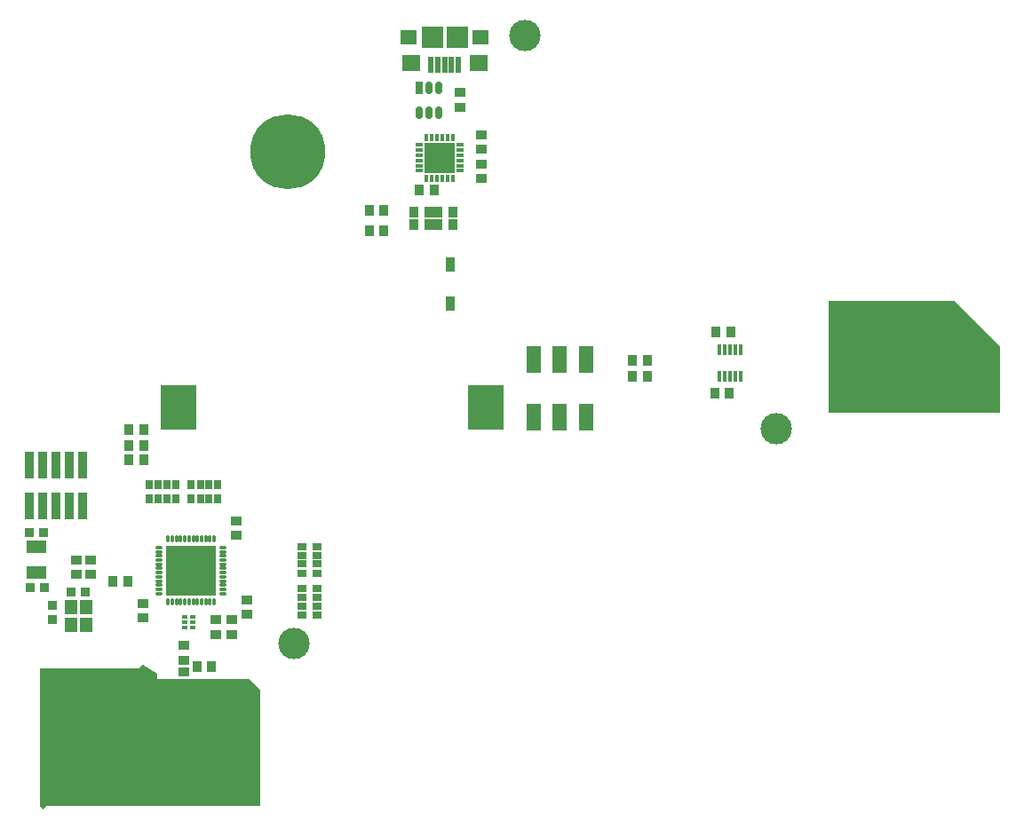
<source format=gbs>
G04 Layer_Color=16711935*
%FSLAX25Y25*%
%MOIN*%
G70*
G01*
G75*
%ADD56C,0.11811*%
%ADD57R,0.03947X0.03750*%
%ADD58R,0.03750X0.03947*%
%ADD60C,0.00600*%
%ADD61C,0.28159*%
%ADD62C,0.03198*%
%ADD63R,0.03120X0.03356*%
%ADD64R,0.02569X0.03356*%
%ADD65R,0.03356X0.03120*%
%ADD66R,0.03356X0.02569*%
%ADD67R,0.03553X0.03750*%
%ADD68R,0.01781X0.03947*%
%ADD69R,0.06899X0.03750*%
%ADD70R,0.02175X0.01584*%
%ADD71R,0.11230X0.11230*%
%ADD72O,0.02962X0.01584*%
%ADD73O,0.01584X0.02962*%
%ADD74R,0.02962X0.04931*%
%ADD75O,0.02962X0.04931*%
%ADD76R,0.13198X0.17135*%
%ADD77R,0.04931X0.05324*%
%ADD78R,0.03750X0.03553*%
%ADD79R,0.02175X0.05915*%
%ADD80R,0.06899X0.06112*%
%ADD81R,0.08080X0.08080*%
%ADD82R,0.06309X0.05718*%
%ADD83R,0.03592X0.10049*%
%ADD84R,0.05324X0.10443*%
%ADD85O,0.01387X0.03159*%
%ADD86O,0.03159X0.01387*%
%ADD87R,0.19104X0.19104*%
%ADD88R,0.03356X0.05324*%
%ADD89R,0.07687X0.04537*%
%ADD90C,0.03400*%
G36*
X1505669Y1448504D02*
Y1446535D01*
X1540315D01*
X1544252Y1442598D01*
Y1398898D01*
X1463937D01*
X1462756Y1397717D01*
X1461575Y1398898D01*
Y1450472D01*
X1498583D01*
X1500158Y1452047D01*
X1505669Y1448504D01*
D02*
G37*
G36*
X1821811Y1571732D02*
Y1546535D01*
X1757638D01*
Y1588661D01*
X1804882D01*
X1821811Y1571732D01*
D02*
G37*
D56*
X1556850Y1459921D02*
D03*
X1737953Y1540630D02*
D03*
X1643465Y1688268D02*
D03*
D57*
X1539134Y1470945D02*
D03*
Y1476457D02*
D03*
X1535197Y1500473D02*
D03*
Y1505984D02*
D03*
X1500453Y1469567D02*
D03*
Y1475079D02*
D03*
X1515669Y1453661D02*
D03*
Y1459173D02*
D03*
X1533524Y1463465D02*
D03*
Y1468976D02*
D03*
X1527618Y1463465D02*
D03*
Y1468976D02*
D03*
X1627323Y1640039D02*
D03*
Y1634528D02*
D03*
X1619449Y1666811D02*
D03*
Y1661299D02*
D03*
X1480571Y1491417D02*
D03*
Y1485905D02*
D03*
X1475453Y1491417D02*
D03*
Y1485905D02*
D03*
X1627323Y1651063D02*
D03*
Y1645551D02*
D03*
X1515669Y1443661D02*
D03*
Y1449173D02*
D03*
D58*
X1604095Y1630197D02*
D03*
X1609606D02*
D03*
X1607539Y1617205D02*
D03*
X1602028D02*
D03*
X1607539Y1621929D02*
D03*
X1602028D02*
D03*
X1520531Y1451457D02*
D03*
X1526043D02*
D03*
X1590709Y1622717D02*
D03*
X1585197D02*
D03*
X1590709Y1614842D02*
D03*
X1585197D02*
D03*
X1495039Y1528819D02*
D03*
X1500551D02*
D03*
X1495039Y1534331D02*
D03*
X1500551D02*
D03*
X1495039Y1540236D02*
D03*
X1500551D02*
D03*
X1684016Y1566220D02*
D03*
X1689528D02*
D03*
X1684016Y1560315D02*
D03*
X1689528D02*
D03*
X1616496Y1617205D02*
D03*
X1610984D02*
D03*
X1616496Y1621929D02*
D03*
X1610984D02*
D03*
X1715315Y1576850D02*
D03*
X1720827D02*
D03*
X1714823Y1554114D02*
D03*
X1720335D02*
D03*
X1489035Y1483248D02*
D03*
X1494547D02*
D03*
D60*
X1774370Y1564252D02*
D03*
X1492874Y1427441D02*
D03*
D61*
X1554587Y1644665D02*
D03*
D62*
X1515984Y1480295D02*
D03*
X1511260D02*
D03*
Y1485020D02*
D03*
X1515984D02*
D03*
X1525433Y1480295D02*
D03*
X1520709D02*
D03*
Y1485020D02*
D03*
X1525433D02*
D03*
X1511260Y1489744D02*
D03*
Y1494468D02*
D03*
X1515984Y1489744D02*
D03*
Y1494468D02*
D03*
X1525433Y1489744D02*
D03*
X1520709D02*
D03*
X1525433Y1494468D02*
D03*
X1520709D02*
D03*
D63*
X1528386Y1514252D02*
D03*
X1518386D02*
D03*
Y1519764D02*
D03*
X1528386D02*
D03*
X1512638Y1514252D02*
D03*
X1502638D02*
D03*
Y1519764D02*
D03*
X1512638D02*
D03*
D64*
X1521811D02*
D03*
X1524961D02*
D03*
Y1514252D02*
D03*
X1521811D02*
D03*
X1506063Y1519764D02*
D03*
X1509213D02*
D03*
Y1514252D02*
D03*
X1506063D02*
D03*
D65*
X1560000Y1486417D02*
D03*
Y1496417D02*
D03*
X1565512D02*
D03*
Y1486417D02*
D03*
X1560000Y1470669D02*
D03*
Y1480669D02*
D03*
X1565512D02*
D03*
Y1470669D02*
D03*
D66*
Y1492992D02*
D03*
Y1489843D02*
D03*
X1560000D02*
D03*
Y1492992D02*
D03*
X1565512Y1477244D02*
D03*
Y1474094D02*
D03*
X1560000D02*
D03*
Y1477244D02*
D03*
D67*
X1478701Y1479311D02*
D03*
X1473386D02*
D03*
X1463150Y1480886D02*
D03*
X1457835D02*
D03*
X1463051Y1501654D02*
D03*
X1457736D02*
D03*
D68*
X1716595Y1560453D02*
D03*
X1718563D02*
D03*
X1720531D02*
D03*
X1722500D02*
D03*
X1724468D02*
D03*
Y1570216D02*
D03*
X1722500D02*
D03*
X1720531D02*
D03*
X1718563D02*
D03*
X1716595D02*
D03*
D69*
X1515709Y1439252D02*
D03*
Y1425866D02*
D03*
D70*
X1515807Y1466024D02*
D03*
Y1467992D02*
D03*
Y1469961D02*
D03*
X1518957Y1466024D02*
D03*
Y1467992D02*
D03*
Y1469961D02*
D03*
D71*
X1611575Y1642402D02*
D03*
D72*
X1603898Y1647323D02*
D03*
Y1645354D02*
D03*
Y1643386D02*
D03*
Y1641417D02*
D03*
Y1639449D02*
D03*
Y1637480D02*
D03*
X1619252D02*
D03*
Y1639449D02*
D03*
Y1641417D02*
D03*
Y1643386D02*
D03*
Y1645354D02*
D03*
Y1647323D02*
D03*
D73*
X1606654Y1634724D02*
D03*
X1608622D02*
D03*
X1610591D02*
D03*
X1612559D02*
D03*
X1614528D02*
D03*
X1616496D02*
D03*
Y1650079D02*
D03*
X1614528D02*
D03*
X1612559D02*
D03*
X1610591D02*
D03*
X1608622D02*
D03*
X1606654D02*
D03*
D74*
X1603898Y1668780D02*
D03*
D75*
X1607638D02*
D03*
X1611378D02*
D03*
Y1659331D02*
D03*
X1607638D02*
D03*
X1603898D02*
D03*
D76*
X1513532Y1548774D02*
D03*
X1628887D02*
D03*
D77*
X1478898Y1466811D02*
D03*
X1473386D02*
D03*
X1478898Y1473504D02*
D03*
X1473386D02*
D03*
D78*
X1466398Y1469075D02*
D03*
Y1474390D02*
D03*
D79*
X1608425Y1677146D02*
D03*
X1610984D02*
D03*
X1613543D02*
D03*
X1618661D02*
D03*
X1616102D02*
D03*
D80*
X1626142Y1678032D02*
D03*
X1600945D02*
D03*
D81*
X1608819Y1687677D02*
D03*
X1618268D02*
D03*
D82*
X1600059D02*
D03*
X1627028D02*
D03*
D83*
X1457579Y1526949D02*
D03*
Y1511594D02*
D03*
X1462579Y1526949D02*
D03*
Y1511594D02*
D03*
X1467579Y1526949D02*
D03*
Y1511594D02*
D03*
X1472579Y1526949D02*
D03*
Y1511594D02*
D03*
X1477579Y1526949D02*
D03*
Y1511594D02*
D03*
D84*
X1646909Y1566516D02*
D03*
X1656752D02*
D03*
X1646909Y1544862D02*
D03*
X1656752D02*
D03*
X1666595Y1566516D02*
D03*
Y1544862D02*
D03*
D85*
X1509685Y1475473D02*
D03*
X1512835D02*
D03*
X1511260D02*
D03*
X1515984D02*
D03*
X1514410D02*
D03*
X1519134D02*
D03*
X1517559D02*
D03*
X1520709D02*
D03*
X1523858D02*
D03*
X1522283D02*
D03*
X1527008D02*
D03*
X1525433D02*
D03*
X1511260Y1499291D02*
D03*
X1509685D02*
D03*
X1517559D02*
D03*
X1515984D02*
D03*
X1519134D02*
D03*
X1512835D02*
D03*
X1514410D02*
D03*
X1523858D02*
D03*
X1520709D02*
D03*
X1522283D02*
D03*
X1525433D02*
D03*
X1527008D02*
D03*
D86*
X1506437Y1478720D02*
D03*
Y1481870D02*
D03*
Y1483445D02*
D03*
Y1480295D02*
D03*
Y1486594D02*
D03*
Y1488169D02*
D03*
Y1485020D02*
D03*
X1530256Y1478720D02*
D03*
Y1480295D02*
D03*
Y1481870D02*
D03*
Y1485020D02*
D03*
Y1486594D02*
D03*
Y1483445D02*
D03*
Y1489744D02*
D03*
Y1488169D02*
D03*
X1506437Y1491319D02*
D03*
Y1492894D02*
D03*
Y1489744D02*
D03*
Y1494468D02*
D03*
Y1496043D02*
D03*
X1530256Y1492894D02*
D03*
Y1494468D02*
D03*
Y1491319D02*
D03*
Y1496043D02*
D03*
D87*
X1518347Y1487382D02*
D03*
D88*
X1615709Y1587677D02*
D03*
Y1602244D02*
D03*
D89*
X1460394Y1486496D02*
D03*
Y1496339D02*
D03*
D90*
X1613937Y1640039D02*
D03*
Y1644764D02*
D03*
X1609213Y1640039D02*
D03*
Y1644764D02*
D03*
M02*

</source>
